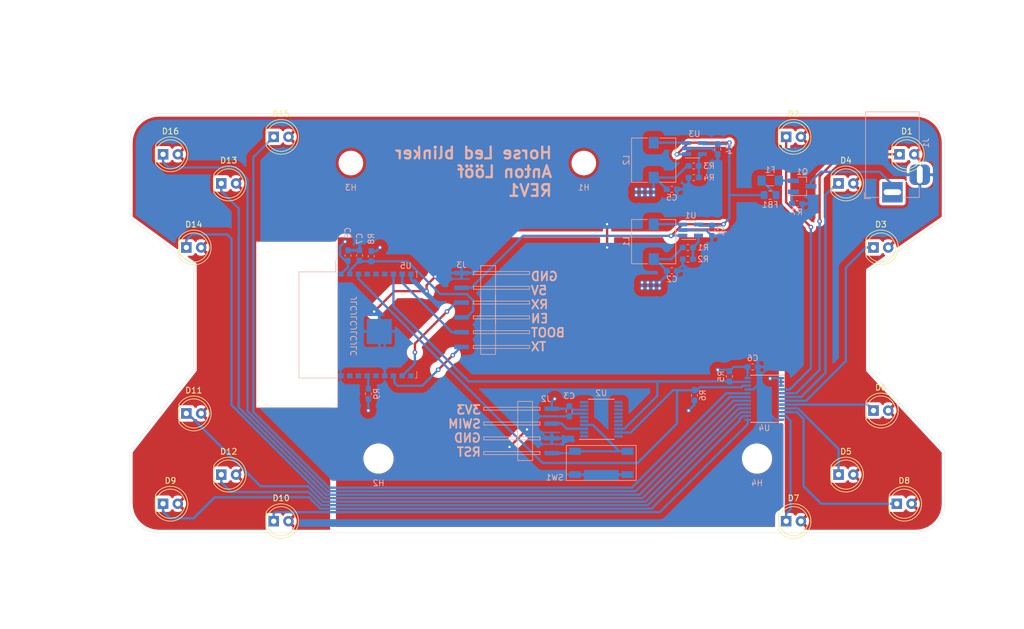
<source format=kicad_pcb>
(kicad_pcb (version 20171130) (host pcbnew "(5.1.5)-3")
  (layers (0 F.Cu signal) (31 B.Cu signal) (34 B.Paste user) (35 F.Paste user) (36 B.SilkS user) (37 F.SilkS user) (38 B.Mask user) (39 F.Mask user) (44 Edge.Cuts user))
  (net 0 "")
  (net 1 GND)
  (net 2 5v)
  (net 3 3v3)
  (net 4 "Net-(F1-Pad2)")
  (net 5 "Net-(F1-Pad1)")
  (net 6 RST)
  (net 7 SWIM_DATA)
  (net 8 "Net-(L1-Pad1)")
  (net 9 "Net-(R1-Pad2)")
  (net 10 1v9)
  (net 11 l0)
  (net 12 l2)
  (net 13 l3)
  (net 14 l4)
  (net 15 l5)
  (net 16 l6)
  (net 17 l7)
  (net 18 l8)
  (net 19 l9)
  (net 20 l10)
  (net 21 l11)
  (net 22 l13)
  (net 23 l14)
  (net 24 l15)
  (net 25 "Net-(L2-Pad1)")
  (net 26 "Net-(R3-Pad2)")
  (net 27 l1)
  (net 28 EN)
  (net 29 RX)
  (net 30 BOOT)
  (net 31 TX)
  (net 32 "Net-(Q1-Pad1)")
  (net 33 SDA)
  (net 34 SCL)
  (net 35 "Net-(R9-Pad2)")
  (net 36 l12)
  (net 37 "Net-(J1-Pad1)")
  (module Connector_BarrelJack:BarrelJack_Horizontal (layer B.Cu) (at 195 91.5 270)
    (fp_text reference J1 (at -8.45 -5.75 90) (layer B.SilkS) (effects (justify mirror)))
    (fp_text value Barrel_Jack_Switch)
    (pad 3 thru_hole roundrect (at -3 -4.7 270) (size 3.5 3.5) (drill oval 3 1) (layers *.Cu *.Mask) (net 1 GND))
    (pad 1 thru_hole rect (at 0 0 270) (size 3.5 3.5) (drill oval 1 3) (layers *.Cu *.Mask) (net 37 "Net-(J1-Pad1)"))
  )
  (module RF_Module:ESP-WROOM-02 (layer B.Cu) (at 106.31 114.3 270)
    (fp_text reference U5 (at -10.17 -5.13 180) (layer B.SilkS) (effects (justify mirror)))
    (fp_text value ESP-WROOM-02)
    (pad 19 smd rect (at 1.12 -0.58 270) (size 4.3 4.3) (layers B.Cu B.Paste B.Mask) (net 1 GND))
    (pad 1 smd rect (at -8.7375 6 270) (size 0.85 0.9125) (layers B.Cu B.Paste B.Mask) (net 3 3v3))
    (pad 2 smd rect (at -8.7375 4.5 270) (size 0.85 0.9125) (layers B.Cu B.Paste B.Mask) (net 28 EN))
    (pad 3 smd rect (at -8.7375 3 270) (size 0.85 0.9125) (layers B.Cu B.Paste B.Mask) (net 34 SCL))
    (pad 4 smd rect (at -8.7375 1.5 270) (size 0.85 0.9125) (layers B.Cu B.Paste B.Mask))
    (pad 5 smd rect (at -8.7375 0 270) (size 0.85 0.9125) (layers B.Cu B.Paste B.Mask))
    (pad 6 smd rect (at -8.7375 -1.5 270) (size 0.85 0.9125) (layers B.Cu B.Paste B.Mask))
    (pad 7 smd rect (at -8.7375 -3 270) (size 0.85 0.9125) (layers B.Cu B.Paste B.Mask) (net 33 SDA))
    (pad 8 smd rect (at -8.7375 -4.5 270) (size 0.85 0.9125) (layers B.Cu B.Paste B.Mask) (net 30 BOOT))
    (pad 9 smd rect (at -8.7375 -6 270) (size 0.85 0.9125) (layers B.Cu B.Paste B.Mask) (net 1 GND))
    (pad 10 smd rect (at 8.7375 -6 270) (size 0.85 0.9125) (layers B.Cu B.Paste B.Mask))
    (pad 11 smd rect (at 8.7375 -4.5 270) (size 0.85 0.9125) (layers B.Cu B.Paste B.Mask) (net 29 RX))
    (pad 12 smd rect (at 8.7375 -3 270) (size 0.85 0.9125) (layers B.Cu B.Paste B.Mask) (net 31 TX))
    (pad 13 smd rect (at 8.7375 -1.5 270) (size 0.85 0.9125) (layers B.Cu B.Paste B.Mask) (net 1 GND))
    (pad 14 smd rect (at 8.7375 0 270) (size 0.85 0.9125) (layers B.Cu B.Paste B.Mask))
    (pad 15 smd rect (at 8.7375 1.5 270) (size 0.85 0.9125) (layers B.Cu B.Paste B.Mask) (net 35 "Net-(R9-Pad2)"))
    (pad 16 smd rect (at 8.7375 3 270) (size 0.85 0.9125) (layers B.Cu B.Paste B.Mask))
    (pad 17 smd rect (at 8.7375 4.5 270) (size 0.85 0.9125) (layers B.Cu B.Paste B.Mask))
    (pad 18 smd rect (at 8.7375 6 270) (size 0.85 0.9125) (layers B.Cu B.Paste B.Mask) (net 1 GND))
  )
  (module Resistor_SMD:R_0603_1608Metric_Pad1.05x0.95mm_HandSolder (layer B.Cu) (at 105 126.125 90)
    (fp_text reference R9 (at 0 1.43 90) (layer B.SilkS) (effects (justify mirror)))
    (fp_text value 10k)
    (pad 2 smd roundrect (at 0.875 0 90) (size 1.05 0.95) (layers B.Cu B.Paste B.Mask) (net 35 "Net-(R9-Pad2)"))
    (pad 1 smd roundrect (at -0.875 0 90) (size 1.05 0.95) (layers B.Cu B.Paste B.Mask) (net 3 3v3))
  )
  (module Resistor_SMD:R_0603_1608Metric_Pad1.05x0.95mm_HandSolder (layer B.Cu) (at 105.5 102.5 270)
    (fp_text reference R8 (at -3 0 90) (layer B.SilkS) (effects (justify mirror)))
    (fp_text value 10k)
    (pad 2 smd roundrect (at 0.875 0 270) (size 1.05 0.95) (layers B.Cu B.Paste B.Mask) (net 28 EN))
    (pad 1 smd roundrect (at -0.875 0 270) (size 1.05 0.95) (layers B.Cu B.Paste B.Mask) (net 3 3v3))
  )
  (module Resistor_SMD:R_0603_1608Metric_Pad1.05x0.95mm_HandSolder (layer B.Cu) (at 178.625 93.5)
    (fp_text reference R7 (at 0 1.43) (layer B.SilkS) (effects (justify mirror)))
    (fp_text value 3k3)
    (pad 2 smd roundrect (at 0.875 0) (size 1.05 0.95) (layers B.Cu B.Paste B.Mask) (net 1 GND))
    (pad 1 smd roundrect (at -0.875 0) (size 1.05 0.95) (layers B.Cu B.Paste B.Mask) (net 32 "Net-(Q1-Pad1)"))
  )
  (module Package_TO_SOT_SMD:SOT-23_Handsoldering (layer B.Cu) (at 179.5 90.5)
    (fp_text reference Q1 (at 0 -2.5) (layer B.SilkS) (effects (justify mirror)))
    (fp_text value Q_PMOS_GSD)
    (pad 3 smd rect (at 1.5 0) (size 1.9 0.8) (layers B.Cu B.Paste B.Mask) (net 37 "Net-(J1-Pad1)"))
    (pad 2 smd rect (at -1.5 -0.95) (size 1.9 0.8) (layers B.Cu B.Paste B.Mask) (net 5 "Net-(F1-Pad1)"))
    (pad 1 smd rect (at -1.5 0.95) (size 1.9 0.8) (layers B.Cu B.Paste B.Mask) (net 32 "Net-(Q1-Pad1)"))
  )
  (module good_things:TSM-106-01-L-SH (layer B.Cu) (at 121 111.7305 90)
    (fp_text reference J3 (at 7.7305 0 180) (layer B.SilkS) (effects (justify mirror)))
    (fp_text value Conn_01x06)
    (pad 5 smd rect (at 3.8105 0 90) (size 0.762 2.54) (layers B.Cu B.Paste B.Mask) (net 2 5v))
    (pad 6 smd rect (at 6.3505 0 90) (size 0.762 2.54) (layers B.Cu B.Paste B.Mask) (net 1 GND))
    (pad 4 smd rect (at 1.2705 0 90) (size 0.762 2.54) (layers B.Cu B.Paste B.Mask) (net 29 RX))
    (pad 3 smd rect (at -1.2695 0 90) (size 0.762 2.54) (layers B.Cu B.Paste B.Mask) (net 28 EN))
    (pad 2 smd rect (at -3.8095 0 90) (size 0.762 2.54) (layers B.Cu B.Paste B.Mask) (net 30 BOOT))
    (pad 1 smd rect (at -6.3495 0 90) (size 0.762 2.54) (layers B.Cu B.Paste B.Mask) (net 31 TX))
  )
  (module Capacitor_SMD:C_0603_1608Metric_Pad1.05x0.95mm_HandSolder (layer B.Cu) (at 101.5 102.375 90)
    (fp_text reference C8 (at 3.875 0 90) (layer B.SilkS) (effects (justify mirror)))
    (fp_text value 22u)
    (pad 2 smd roundrect (at 0.875 0 90) (size 1.05 0.95) (layers B.Cu B.Paste B.Mask) (net 1 GND))
    (pad 1 smd roundrect (at -0.875 0 90) (size 1.05 0.95) (layers B.Cu B.Paste B.Mask) (net 3 3v3))
  )
  (module Capacitor_SMD:C_0603_1608Metric_Pad1.05x0.95mm_HandSolder (layer B.Cu) (at 103.5 102.375 90)
    (fp_text reference C7 (at 2.875 0 90) (layer B.SilkS) (effects (justify mirror)))
    (fp_text value 100n)
    (pad 2 smd roundrect (at 0.875 0 90) (size 1.05 0.95) (layers B.Cu B.Paste B.Mask) (net 1 GND))
    (pad 1 smd roundrect (at -0.875 0 90) (size 1.05 0.95) (layers B.Cu B.Paste B.Mask) (net 28 EN))
  )
  (module Package_SO:TSSOP-24_4.4x7.8mm_P0.65mm (layer B.Cu) (at 173 127 180)
    (fp_text reference U4 (at 0 -5) (layer B.SilkS) (effects (justify mirror)))
    (fp_text value PCA9552)
    (pad 24 smd rect (at 2.85 3.575 180) (size 1.1 0.4) (layers B.Cu B.Paste B.Mask) (net 3 3v3))
    (pad 23 smd rect (at 2.85 2.925 180) (size 1.1 0.4) (layers B.Cu B.Paste B.Mask) (net 33 SDA))
    (pad 22 smd rect (at 2.85 2.275 180) (size 1.1 0.4) (layers B.Cu B.Paste B.Mask) (net 34 SCL))
    (pad 21 smd rect (at 2.85 1.625 180) (size 1.1 0.4) (layers B.Cu B.Paste B.Mask) (net 1 GND))
    (pad 20 smd rect (at 2.85 0.975 180) (size 1.1 0.4) (layers B.Cu B.Paste B.Mask) (net 24 l15))
    (pad 19 smd rect (at 2.85 0.325 180) (size 1.1 0.4) (layers B.Cu B.Paste B.Mask) (net 23 l14))
    (pad 18 smd rect (at 2.85 -0.325 180) (size 1.1 0.4) (layers B.Cu B.Paste B.Mask) (net 22 l13))
    (pad 17 smd rect (at 2.85 -0.975 180) (size 1.1 0.4) (layers B.Cu B.Paste B.Mask) (net 36 l12))
    (pad 16 smd rect (at 2.85 -1.625 180) (size 1.1 0.4) (layers B.Cu B.Paste B.Mask) (net 21 l11))
    (pad 15 smd rect (at 2.85 -2.275 180) (size 1.1 0.4) (layers B.Cu B.Paste B.Mask) (net 20 l10))
    (pad 14 smd rect (at 2.85 -2.925 180) (size 1.1 0.4) (layers B.Cu B.Paste B.Mask) (net 19 l9))
    (pad 13 smd rect (at 2.85 -3.575 180) (size 1.1 0.4) (layers B.Cu B.Paste B.Mask) (net 18 l8))
    (pad 12 smd rect (at -2.85 -3.575 180) (size 1.1 0.4) (layers B.Cu B.Paste B.Mask) (net 1 GND))
    (pad 11 smd rect (at -2.85 -2.925 180) (size 1.1 0.4) (layers B.Cu B.Paste B.Mask) (net 17 l7))
    (pad 10 smd rect (at -2.85 -2.275 180) (size 1.1 0.4) (layers B.Cu B.Paste B.Mask) (net 16 l6))
    (pad 9 smd rect (at -2.85 -1.625 180) (size 1.1 0.4) (layers B.Cu B.Paste B.Mask) (net 15 l5))
    (pad 8 smd rect (at -2.85 -0.975 180) (size 1.1 0.4) (layers B.Cu B.Paste B.Mask) (net 14 l4))
    (pad 7 smd rect (at -2.85 -0.325 180) (size 1.1 0.4) (layers B.Cu B.Paste B.Mask) (net 13 l3))
    (pad 6 smd rect (at -2.85 0.325 180) (size 1.1 0.4) (layers B.Cu B.Paste B.Mask) (net 12 l2))
    (pad 5 smd rect (at -2.85 0.975 180) (size 1.1 0.4) (layers B.Cu B.Paste B.Mask) (net 27 l1))
    (pad 4 smd rect (at -2.85 1.625 180) (size 1.1 0.4) (layers B.Cu B.Paste B.Mask) (net 11 l0))
    (pad 3 smd rect (at -2.85 2.275 180) (size 1.1 0.4) (layers B.Cu B.Paste B.Mask) (net 3 3v3))
    (pad 2 smd rect (at -2.85 2.925 180) (size 1.1 0.4) (layers B.Cu B.Paste B.Mask) (net 3 3v3))
    (pad 1 smd rect (at -2.85 3.575 180) (size 1.1 0.4) (layers B.Cu B.Paste B.Mask) (net 3 3v3))
  )
  (module Package_TO_SOT_SMD:SOT-23-5_HandSoldering (layer B.Cu) (at 161 84)
    (fp_text reference U3 (at 0 -2.5) (layer B.SilkS) (effects (justify mirror)))
    (fp_text value RT8097AHGB)
    (pad 5 smd rect (at 1.35 0.95) (size 1.56 0.65) (layers B.Cu B.Paste B.Mask) (net 26 "Net-(R3-Pad2)"))
    (pad 4 smd rect (at 1.35 -0.95) (size 1.56 0.65) (layers B.Cu B.Paste B.Mask) (net 2 5v))
    (pad 3 smd rect (at -1.35 -0.95) (size 1.56 0.65) (layers B.Cu B.Paste B.Mask) (net 25 "Net-(L2-Pad1)"))
    (pad 2 smd rect (at -1.35 0) (size 1.56 0.65) (layers B.Cu B.Paste B.Mask) (net 1 GND))
    (pad 1 smd rect (at -1.35 0.95) (size 1.56 0.65) (layers B.Cu B.Paste B.Mask) (net 2 5v))
  )
  (module Resistor_SMD:R_0603_1608Metric_Pad1.05x0.95mm_HandSolder (layer B.Cu) (at 161 126.375 90)
    (fp_text reference R6 (at 0 1.43 90) (layer B.SilkS) (effects (justify mirror)))
    (fp_text value 3k3)
    (pad 2 smd roundrect (at 0.875 0 90) (size 1.05 0.95) (layers B.Cu B.Paste B.Mask) (net 34 SCL))
    (pad 1 smd roundrect (at -0.875 0 90) (size 1.05 0.95) (layers B.Cu B.Paste B.Mask) (net 3 3v3))
  )
  (module Resistor_SMD:R_0603_1608Metric_Pad1.05x0.95mm_HandSolder (layer B.Cu) (at 167 123.125 270)
    (fp_text reference R5 (at 0 1.43 90) (layer B.SilkS) (effects (justify mirror)))
    (fp_text value 3k3)
    (pad 2 smd roundrect (at 0.875 0 270) (size 1.05 0.95) (layers B.Cu B.Paste B.Mask) (net 33 SDA))
    (pad 1 smd roundrect (at -0.875 0 270) (size 1.05 0.95) (layers B.Cu B.Paste B.Mask) (net 3 3v3))
  )
  (module Resistor_SMD:R_0603_1608Metric_Pad1.05x0.95mm_HandSolder (layer B.Cu) (at 160.875 89 180)
    (fp_text reference R4 (at -2.625 0) (layer B.SilkS) (effects (justify mirror)))
    (fp_text value 24k)
    (pad 2 smd roundrect (at 0.875 0 180) (size 1.05 0.95) (layers B.Cu B.Paste B.Mask) (net 1 GND))
    (pad 1 smd roundrect (at -0.875 0 180) (size 1.05 0.95) (layers B.Cu B.Paste B.Mask) (net 26 "Net-(R3-Pad2)"))
  )
  (module Resistor_SMD:R_0603_1608Metric_Pad1.05x0.95mm_HandSolder (layer B.Cu) (at 160.875 87)
    (fp_text reference R3 (at 2.625 0) (layer B.SilkS) (effects (justify mirror)))
    (fp_text value 76k)
    (pad 2 smd roundrect (at 0.875 0) (size 1.05 0.95) (layers B.Cu B.Paste B.Mask) (net 26 "Net-(R3-Pad2)"))
    (pad 1 smd roundrect (at -0.875 0) (size 1.05 0.95) (layers B.Cu B.Paste B.Mask) (net 10 1v9))
  )
  (module Inductor_SMD:L_Wuerth_WE-PD-Typ-7345 (layer B.Cu) (at 154 86 270)
    (fp_text reference L2 (at 0 4.7 90) (layer B.SilkS) (effects (justify mirror)))
    (fp_text value 1u5)
    (pad 2 smd rect (at 3 0 270) (size 2 1.7) (layers B.Cu B.Paste B.Mask) (net 10 1v9))
    (pad 1 smd rect (at -3 0 270) (size 2 1.7) (layers B.Cu B.Paste B.Mask) (net 25 "Net-(L2-Pad1)"))
  )
  (module Capacitor_SMD:C_0603_1608Metric_Pad1.05x0.95mm_HandSolder (layer B.Cu) (at 171 121.5)
    (fp_text reference C6 (at 0 -1.5) (layer B.SilkS) (effects (justify mirror)))
    (fp_text value 100n)
    (pad 2 smd roundrect (at 0.875 0) (size 1.05 0.95) (layers B.Cu B.Paste B.Mask) (net 1 GND))
    (pad 1 smd roundrect (at -0.875 0) (size 1.05 0.95) (layers B.Cu B.Paste B.Mask) (net 3 3v3))
  )
  (module Capacitor_SMD:C_0603_1608Metric_Pad1.05x0.95mm_HandSolder (layer B.Cu) (at 157.125 91)
    (fp_text reference C5 (at 0 1.43) (layer B.SilkS) (effects (justify mirror)))
    (fp_text value 22u)
    (pad 2 smd roundrect (at 0.875 0) (size 1.05 0.95) (layers B.Cu B.Paste B.Mask) (net 1 GND))
    (pad 1 smd roundrect (at -0.875 0) (size 1.05 0.95) (layers B.Cu B.Paste B.Mask) (net 10 1v9))
  )
  (module Capacitor_SMD:C_0603_1608Metric_Pad1.05x0.95mm_HandSolder (layer B.Cu) (at 165 84.125 270)
    (fp_text reference C4 (at 0 -2 90) (layer B.SilkS) (effects (justify mirror)))
    (fp_text value 22u)
    (pad 2 smd roundrect (at 0.875 0 270) (size 1.05 0.95) (layers B.Cu B.Paste B.Mask) (net 1 GND))
    (pad 1 smd roundrect (at -0.875 0 270) (size 1.05 0.95) (layers B.Cu B.Paste B.Mask) (net 2 5v))
  )
  (module good_things:TSM-104-01-L-SH (layer B.Cu) (at 136.5 132.5 270)
    (fp_text reference J2 (at -5.5 1 180) (layer B.SilkS) (effects (justify mirror)))
    (fp_text value swim)
    (pad 4 smd rect (at 3.8105 0 270) (size 0.762 2.54) (layers B.Cu B.Paste B.Mask) (net 6 RST))
    (pad 3 smd rect (at 1.2705 0 270) (size 0.762 2.54) (layers B.Cu B.Paste B.Mask) (net 1 GND))
    (pad 2 smd rect (at -1.2695 0 270) (size 0.762 2.54) (layers B.Cu B.Paste B.Mask) (net 7 SWIM_DATA))
    (pad 1 smd rect (at -3.8095 0 270) (size 0.762 2.54) (layers B.Cu B.Paste B.Mask) (net 3 3v3))
  )
  (module Package_SO:TSSOP-20_4.4x6.5mm_P0.65mm (layer B.Cu) (at 145 130.5)
    (fp_text reference U2 (at 0 -4.5) (layer B.SilkS) (effects (justify mirror)))
    (fp_text value STM8L101F3P)
    (pad 20 smd rect (at 2.95 2.925) (size 1.45 0.45) (layers B.Cu B.Paste B.Mask))
    (pad 19 smd rect (at 2.95 2.275) (size 1.45 0.45) (layers B.Cu B.Paste B.Mask) (net 34 SCL))
    (pad 18 smd rect (at 2.95 1.625) (size 1.45 0.45) (layers B.Cu B.Paste B.Mask) (net 33 SDA))
    (pad 17 smd rect (at 2.95 0.975) (size 1.45 0.45) (layers B.Cu B.Paste B.Mask))
    (pad 16 smd rect (at 2.95 0.325) (size 1.45 0.45) (layers B.Cu B.Paste B.Mask))
    (pad 15 smd rect (at 2.95 -0.325) (size 1.45 0.45) (layers B.Cu B.Paste B.Mask))
    (pad 14 smd rect (at 2.95 -0.975) (size 1.45 0.45) (layers B.Cu B.Paste B.Mask))
    (pad 13 smd rect (at 2.95 -1.625) (size 1.45 0.45) (layers B.Cu B.Paste B.Mask))
    (pad 12 smd rect (at 2.95 -2.275) (size 1.45 0.45) (layers B.Cu B.Paste B.Mask))
    (pad 11 smd rect (at 2.95 -2.925) (size 1.45 0.45) (layers B.Cu B.Paste B.Mask))
    (pad 10 smd rect (at -2.95 -2.925) (size 1.45 0.45) (layers B.Cu B.Paste B.Mask))
    (pad 9 smd rect (at -2.95 -2.275) (size 1.45 0.45) (layers B.Cu B.Paste B.Mask))
    (pad 8 smd rect (at -2.95 -1.625) (size 1.45 0.45) (layers B.Cu B.Paste B.Mask) (net 3 3v3))
    (pad 7 smd rect (at -2.95 -0.975) (size 1.45 0.45) (layers B.Cu B.Paste B.Mask) (net 1 GND))
    (pad 6 smd rect (at -2.95 -0.325) (size 1.45 0.45) (layers B.Cu B.Paste B.Mask))
    (pad 5 smd rect (at -2.95 0.325) (size 1.45 0.45) (layers B.Cu B.Paste B.Mask))
    (pad 4 smd rect (at -2.95 0.975) (size 1.45 0.45) (layers B.Cu B.Paste B.Mask) (net 6 RST))
    (pad 3 smd rect (at -2.95 1.625) (size 1.45 0.45) (layers B.Cu B.Paste B.Mask) (net 7 SWIM_DATA))
    (pad 2 smd rect (at -2.95 2.275) (size 1.45 0.45) (layers B.Cu B.Paste B.Mask))
    (pad 1 smd rect (at -2.95 2.925) (size 1.45 0.45) (layers B.Cu B.Paste B.Mask))
  )
  (module Package_TO_SOT_SMD:SOT-23-5_HandSoldering (layer B.Cu) (at 160.35 98)
    (fp_text reference U1 (at 0 -2.5) (layer B.SilkS) (effects (justify mirror)))
    (fp_text value RT8097AHGB)
    (pad 5 smd rect (at 1.35 0.95) (size 1.56 0.65) (layers B.Cu B.Paste B.Mask) (net 9 "Net-(R1-Pad2)"))
    (pad 4 smd rect (at 1.35 -0.95) (size 1.56 0.65) (layers B.Cu B.Paste B.Mask) (net 2 5v))
    (pad 3 smd rect (at -1.35 -0.95) (size 1.56 0.65) (layers B.Cu B.Paste B.Mask) (net 8 "Net-(L1-Pad1)"))
    (pad 2 smd rect (at -1.35 0) (size 1.56 0.65) (layers B.Cu B.Paste B.Mask) (net 1 GND))
    (pad 1 smd rect (at -1.35 0.95) (size 1.56 0.65) (layers B.Cu B.Paste B.Mask) (net 2 5v))
  )
  (module good_things:push_sw_purple (layer B.Cu) (at 145 138)
    (fp_text reference SW1 (at -8 2.5) (layer B.SilkS) (effects (justify mirror)))
    (fp_text value SW_Push)
    (pad 2 smd rect (at -4.5 -2) (size 2 1.2) (layers B.Cu B.Paste B.Mask) (net 6 RST))
    (pad 2 smd rect (at 4.5 -2) (size 2 1.2) (layers B.Cu B.Paste B.Mask) (net 6 RST))
    (pad 1 smd rect (at 4.5 2) (size 2 1.2) (layers B.Cu B.Paste B.Mask) (net 1 GND))
    (pad 1 smd rect (at -4.5 2) (size 2 1.2) (layers B.Cu B.Paste B.Mask) (net 1 GND))
  )
  (module Resistor_SMD:R_0603_1608Metric_Pad1.05x0.95mm_HandSolder (layer B.Cu) (at 159.875 103 180)
    (fp_text reference R2 (at -2.625 0) (layer B.SilkS) (effects (justify mirror)))
    (fp_text value 20k)
    (pad 2 smd roundrect (at 0.875 0 180) (size 1.05 0.95) (layers B.Cu B.Paste B.Mask) (net 1 GND))
    (pad 1 smd roundrect (at -0.875 0 180) (size 1.05 0.95) (layers B.Cu B.Paste B.Mask) (net 9 "Net-(R1-Pad2)"))
  )
  (module Resistor_SMD:R_0603_1608Metric_Pad1.05x0.95mm_HandSolder (layer B.Cu) (at 159.875 101)
    (fp_text reference R1 (at 2.625 0) (layer B.SilkS) (effects (justify mirror)))
    (fp_text value 90k)
    (pad 2 smd roundrect (at 0.875 0) (size 1.05 0.95) (layers B.Cu B.Paste B.Mask) (net 9 "Net-(R1-Pad2)"))
    (pad 1 smd roundrect (at -0.875 0) (size 1.05 0.95) (layers B.Cu B.Paste B.Mask) (net 3 3v3))
  )
  (module Inductor_SMD:L_Wuerth_WE-PD-Typ-7345 (layer B.Cu) (at 154 100 270)
    (fp_text reference L1 (at 0 4.7 90) (layer B.SilkS) (effects (justify mirror)))
    (fp_text value 1u5)
    (pad 2 smd rect (at 3 0 270) (size 2 1.7) (layers B.Cu B.Paste B.Mask) (net 3 3v3))
    (pad 1 smd rect (at -3 0 270) (size 2 1.7) (layers B.Cu B.Paste B.Mask) (net 8 "Net-(L1-Pad1)"))
  )
  (module MountingHole:MountingHole_3.2mm_M3 (layer B.Cu) (at 171.75 137.25)
    (fp_text reference H4 (at 0 4.2) (layer B.SilkS) (effects (justify mirror)))
    (fp_text value MountingHole)
    (pad 1 np_thru_hole circle (at 0 0) (size 3.2 3.2) (drill 3.2) (layers *.Cu *.Mask))
  )
  (module MountingHole:MountingHole_3.2mm_M3 (layer B.Cu) (at 102 86.5)
    (fp_text reference H3 (at 0 4.2) (layer B.SilkS) (effects (justify mirror)))
    (fp_text value MountingHole)
    (pad 1 np_thru_hole circle (at 0 0) (size 3.2 3.2) (drill 3.2) (layers *.Cu *.Mask))
  )
  (module MountingHole:MountingHole_3.2mm_M3 (layer B.Cu) (at 106.75 137.25)
    (fp_text reference H2 (at 0 4.2) (layer B.SilkS) (effects (justify mirror)))
    (fp_text value MountingHole)
    (pad 1 np_thru_hole circle (at 0 0) (size 3.2 3.2) (drill 3.2) (layers *.Cu *.Mask))
  )
  (module MountingHole:MountingHole_3.2mm_M3 (layer B.Cu) (at 142 86.5)
    (fp_text reference H1 (at 0 4.2) (layer B.SilkS) (effects (justify mirror)))
    (fp_text value MountingHole)
    (pad 1 np_thru_hole circle (at 0 0) (size 3.2 3.2) (drill 3.2) (layers *.Cu *.Mask))
  )
  (module Inductor_SMD:L_0805_2012Metric_Pad1.15x1.40mm_HandSolder (layer B.Cu) (at 174 92)
    (fp_text reference FB1 (at 0 1.65) (layer B.SilkS) (effects (justify mirror)))
    (fp_text value 100@100Mhz)
    (pad 2 smd roundrect (at 1.025 0) (size 1.15 1.4) (layers B.Cu B.Paste B.Mask) (roundrect_rratio 0.217391) (net 4 "Net-(F1-Pad2)"))
    (pad 1 smd roundrect (at -1.025 0) (size 1.15 1.4) (layers B.Cu B.Paste B.Mask) (roundrect_rratio 0.217391) (net 2 5v))
  )
  (module Fuse:Fuse_1206_3216Metric_Pad1.42x1.75mm_HandSolder (layer B.Cu) (at 174.0125 89.5 180)
    (fp_text reference F1 (at 0 1.82) (layer B.SilkS) (effects (justify mirror)))
    (fp_text value 500ma)
    (pad 2 smd roundrect (at 1.4875 0 180) (size 1.425 1.75) (layers B.Cu B.Paste B.Mask) (roundrect_rratio 0.175439) (net 4 "Net-(F1-Pad2)"))
    (pad 1 smd roundrect (at -1.4875 0 180) (size 1.425 1.75) (layers B.Cu B.Paste B.Mask) (roundrect_rratio 0.175439) (net 5 "Net-(F1-Pad1)"))
  )
  (module LED_THT:LED_D5.0mm (layer F.Cu) (at 69.75 85)
    (fp_text reference D16 (at 1.27 -3.96) (layer F.SilkS))
    (fp_text value LED_RED)
    (pad 2 thru_hole circle (at 2.54 0) (size 1.8 1.8) (drill 0.9) (layers *.Cu *.Mask) (net 10 1v9))
    (pad 1 thru_hole rect (at 0 0) (size 1.8 1.8) (drill 0.9) (layers *.Cu *.Mask) (net 23 l14))
  )
  (module LED_THT:LED_D5.0mm (layer F.Cu) (at 88.75 82)
    (fp_text reference D15 (at 1.27 -3.96) (layer F.SilkS))
    (fp_text value LED_RED)
    (pad 2 thru_hole circle (at 2.54 0) (size 1.8 1.8) (drill 0.9) (layers *.Cu *.Mask) (net 10 1v9))
    (pad 1 thru_hole rect (at 0 0) (size 1.8 1.8) (drill 0.9) (layers *.Cu *.Mask) (net 24 l15))
  )
  (module LED_THT:LED_D5.0mm (layer F.Cu) (at 73.75 101)
    (fp_text reference D14 (at 1.27 -3.96) (layer F.SilkS))
    (fp_text value LED_RED)
    (pad 2 thru_hole circle (at 2.54 0) (size 1.8 1.8) (drill 0.9) (layers *.Cu *.Mask) (net 10 1v9))
    (pad 1 thru_hole rect (at 0 0) (size 1.8 1.8) (drill 0.9) (layers *.Cu *.Mask) (net 36 l12))
  )
  (module LED_THT:LED_D5.0mm (layer F.Cu) (at 79.75 90)
    (fp_text reference D13 (at 1.27 -3.96) (layer F.SilkS))
    (fp_text value LED_RED)
    (pad 2 thru_hole circle (at 2.54 0) (size 1.8 1.8) (drill 0.9) (layers *.Cu *.Mask) (net 10 1v9))
    (pad 1 thru_hole rect (at 0 0) (size 1.8 1.8) (drill 0.9) (layers *.Cu *.Mask) (net 22 l13))
  )
  (module LED_THT:LED_D5.0mm (layer F.Cu) (at 79.75 140)
    (fp_text reference D12 (at 1.27 -3.96) (layer F.SilkS))
    (fp_text value LED_RED)
    (pad 2 thru_hole circle (at 2.54 0) (size 1.8 1.8) (drill 0.9) (layers *.Cu *.Mask) (net 10 1v9))
    (pad 1 thru_hole rect (at 0 0) (size 1.8 1.8) (drill 0.9) (layers *.Cu *.Mask) (net 20 l10))
  )
  (module LED_THT:LED_D5.0mm (layer F.Cu) (at 73.75 129.5)
    (fp_text reference D11 (at 1.27 -3.96) (layer F.SilkS))
    (fp_text value LED_RED)
    (pad 2 thru_hole circle (at 2.54 0) (size 1.8 1.8) (drill 0.9) (layers *.Cu *.Mask) (net 10 1v9))
    (pad 1 thru_hole rect (at 0 0) (size 1.8 1.8) (drill 0.9) (layers *.Cu *.Mask) (net 21 l11))
  )
  (module LED_THT:LED_D5.0mm (layer F.Cu) (at 88.75 148)
    (fp_text reference D10 (at 1.27 -3.96) (layer F.SilkS))
    (fp_text value LED_RED)
    (pad 2 thru_hole circle (at 2.54 0) (size 1.8 1.8) (drill 0.9) (layers *.Cu *.Mask) (net 10 1v9))
    (pad 1 thru_hole rect (at 0 0) (size 1.8 1.8) (drill 0.9) (layers *.Cu *.Mask) (net 18 l8))
  )
  (module LED_THT:LED_D5.0mm (layer F.Cu) (at 69.75 145)
    (fp_text reference D9 (at 1.27 -3.96) (layer F.SilkS))
    (fp_text value LED_RED)
    (pad 2 thru_hole circle (at 2.54 0) (size 1.8 1.8) (drill 0.9) (layers *.Cu *.Mask) (net 10 1v9))
    (pad 1 thru_hole rect (at 0 0) (size 1.8 1.8) (drill 0.9) (layers *.Cu *.Mask) (net 19 l9))
  )
  (module LED_THT:LED_D5.0mm (layer F.Cu) (at 195.75 145)
    (fp_text reference D8 (at 1.27 -3.96) (layer F.SilkS))
    (fp_text value LED_RED)
    (pad 2 thru_hole circle (at 2.54 0) (size 1.8 1.8) (drill 0.9) (layers *.Cu *.Mask) (net 10 1v9))
    (pad 1 thru_hole rect (at 0 0) (size 1.8 1.8) (drill 0.9) (layers *.Cu *.Mask) (net 16 l6))
  )
  (module LED_THT:LED_D5.0mm (layer F.Cu) (at 176.75 148)
    (fp_text reference D7 (at 1.27 -3.96) (layer F.SilkS))
    (fp_text value LED_RED)
    (pad 2 thru_hole circle (at 2.54 0) (size 1.8 1.8) (drill 0.9) (layers *.Cu *.Mask) (net 10 1v9))
    (pad 1 thru_hole rect (at 0 0) (size 1.8 1.8) (drill 0.9) (layers *.Cu *.Mask) (net 17 l7))
  )
  (module LED_THT:LED_D5.0mm (layer F.Cu) (at 191.75 129)
    (fp_text reference D6 (at 1.27 -3.96) (layer F.SilkS))
    (fp_text value LED_RED)
    (pad 2 thru_hole circle (at 2.54 0) (size 1.8 1.8) (drill 0.9) (layers *.Cu *.Mask) (net 10 1v9))
    (pad 1 thru_hole rect (at 0 0) (size 1.8 1.8) (drill 0.9) (layers *.Cu *.Mask) (net 14 l4))
  )
  (module LED_THT:LED_D5.0mm (layer F.Cu) (at 185.75 140)
    (fp_text reference D5 (at 1.27 -3.96) (layer F.SilkS))
    (fp_text value LED_RED)
    (pad 2 thru_hole circle (at 2.54 0) (size 1.8 1.8) (drill 0.9) (layers *.Cu *.Mask) (net 10 1v9))
    (pad 1 thru_hole rect (at 0 0) (size 1.8 1.8) (drill 0.9) (layers *.Cu *.Mask) (net 15 l5))
  )
  (module LED_THT:LED_D5.0mm (layer F.Cu) (at 185.75 90)
    (fp_text reference D4 (at 1.27 -3.96) (layer F.SilkS))
    (fp_text value LED_RED)
    (pad 2 thru_hole circle (at 2.54 0) (size 1.8 1.8) (drill 0.9) (layers *.Cu *.Mask) (net 10 1v9))
    (pad 1 thru_hole rect (at 0 0) (size 1.8 1.8) (drill 0.9) (layers *.Cu *.Mask) (net 12 l2))
  )
  (module LED_THT:LED_D5.0mm (layer F.Cu) (at 191.75 101)
    (fp_text reference D3 (at 1.27 -3.96) (layer F.SilkS))
    (fp_text value LED_RED)
    (pad 2 thru_hole circle (at 2.54 0) (size 1.8 1.8) (drill 0.9) (layers *.Cu *.Mask) (net 10 1v9))
    (pad 1 thru_hole rect (at 0 0) (size 1.8 1.8) (drill 0.9) (layers *.Cu *.Mask) (net 13 l3))
  )
  (module LED_THT:LED_D5.0mm (layer F.Cu) (at 176.75 82)
    (fp_text reference D2 (at 1.27 -3.96) (layer F.SilkS))
    (fp_text value LED_RED)
    (pad 2 thru_hole circle (at 2.54 0) (size 1.8 1.8) (drill 0.9) (layers *.Cu *.Mask) (net 10 1v9))
    (pad 1 thru_hole rect (at 0 0) (size 1.8 1.8) (drill 0.9) (layers *.Cu *.Mask) (net 11 l0))
  )
  (module LED_THT:LED_D5.0mm (layer F.Cu) (at 196.21 85)
    (fp_text reference D1 (at 1.27 -3.96) (layer F.SilkS))
    (fp_text value LED_RED)
    (pad 2 thru_hole circle (at 2.54 0) (size 1.8 1.8) (drill 0.9) (layers *.Cu *.Mask) (net 10 1v9))
    (pad 1 thru_hole rect (at 0 0) (size 1.8 1.8) (drill 0.9) (layers *.Cu *.Mask) (net 27 l1))
  )
  (module Capacitor_SMD:C_0603_1608Metric_Pad1.05x0.95mm_HandSolder (layer B.Cu) (at 139.5 129.125 270)
    (fp_text reference C3 (at -2.625 0 180) (layer B.SilkS) (effects (justify mirror)))
    (fp_text value 100n)
    (pad 2 smd roundrect (at 0.875 0 270) (size 1.05 0.95) (layers B.Cu B.Paste B.Mask) (net 1 GND))
    (pad 1 smd roundrect (at -0.875 0 270) (size 1.05 0.95) (layers B.Cu B.Paste B.Mask) (net 3 3v3))
  )
  (module Capacitor_SMD:C_0603_1608Metric_Pad1.05x0.95mm_HandSolder (layer B.Cu) (at 157.125 105)
    (fp_text reference C2 (at 0 1.43) (layer B.SilkS) (effects (justify mirror)))
    (fp_text value 22u)
    (pad 2 smd roundrect (at 0.875 0) (size 1.05 0.95) (layers B.Cu B.Paste B.Mask) (net 1 GND))
    (pad 1 smd roundrect (at -0.875 0) (size 1.05 0.95) (layers B.Cu B.Paste B.Mask) (net 3 3v3))
  )
  (module Capacitor_SMD:C_0603_1608Metric_Pad1.05x0.95mm_HandSolder (layer B.Cu) (at 164 98.125 270)
    (fp_text reference C1 (at 0 -1.5 90) (layer B.SilkS) (effects (justify mirror)))
    (fp_text value 22u)
    (pad 2 smd roundrect (at 0.875 0 270) (size 1.05 0.95) (layers B.Cu B.Paste B.Mask) (net 1 GND))
    (pad 1 smd roundrect (at -0.875 0 270) (size 1.05 0.95) (layers B.Cu B.Paste B.Mask) (net 2 5v))
  )
  (gr_text "3V3\nSWIM\nGND\nRST" (at 124.5 132.5) (layer B.SilkS) (effects (font (size 1.5 1.5) (thickness 0.3)) (justify left mirror)))
  (gr_text "GND\n5V\nRX\nEN\nBOOT\nTX" (at 132.75 112) (layer B.SilkS) (effects (font (size 1.5 1.5) (thickness 0.3)) (justify right mirror)))
  (gr_text "Horse Led blinker\nAnton Lööf\nREV1" (at 136.75 88) (layer B.SilkS) (effects (font (size 2 2) (thickness 0.4)) (justify left mirror)))
  (gr_text JLCJLCJLCJLC (at 102.5 114.5 90) (layer B.SilkS) (effects (font (size 1 1)) (justify mirror)))
  (gr_line (start 64 83) (end 64 96) (layer Edge.Cuts) (width 0.05))
  (gr_line (start 75 104) (end 64 96) (layer Edge.Cuts) (width 0.05))
  (gr_line (start 75 122) (end 75 104) (layer Edge.Cuts) (width 0.05))
  (gr_line (start 64 136) (end 75 122) (layer Edge.Cuts) (width 0.05))
  (gr_line (start 204 96) (end 204 83) (layer Edge.Cuts) (width 0.05))
  (gr_line (start 191 122) (end 204 136) (layer Edge.Cuts) (width 0.05))
  (gr_line (start 191 105) (end 191 122) (layer Edge.Cuts) (width 0.05))
  (gr_line (start 204 96) (end 191 105) (layer Edge.Cuts) (width 0.05))
  (gr_arc (start 69 83) (end 69 78) (angle -90) (layer Edge.Cuts) (width 0.05))
  (gr_arc (start 69 145) (end 64 145) (angle -90) (layer Edge.Cuts) (width 0.05))
  (gr_arc (start 199 83) (end 204 83) (angle -90) (layer Edge.Cuts) (width 0.05))
  (gr_arc (start 199 145) (end 199 150) (angle -90) (layer Edge.Cuts) (width 0.05))
  (gr_line (start 64 145) (end 64 136) (layer Edge.Cuts) (width 0.05))
  (gr_line (start 204 136) (end 204 145) (layer Edge.Cuts) (width 0.05))
  (gr_line (start 69 150) (end 199 150) (layer Edge.Cuts) (width 0.05))
  (gr_line (start 69 78) (end 199 78) (layer Edge.Cuts) (width 0.05))
  (via (at 146 97) (size 0.8) (drill 0.4) (layers F.Cu B.Cu) (net 1))
  (via (at 146 101.000006) (size 0.8) (drill 0.4) (layers F.Cu B.Cu) (net 1))
  (segment (start 146 97) (end 146 101.000006) (width 0.4) (layer F.Cu) (net 1))
  (segment (start 163 98) (end 164 99) (width 0.4) (layer B.Cu) (net 1))
  (segment (start 159 98) (end 163 98) (width 0.4) (layer B.Cu) (net 1))
  (segment (start 164 84) (end 165 85) (width 0.4) (layer B.Cu) (net 1))
  (segment (start 159.65 84) (end 164 84) (width 0.4) (layer B.Cu) (net 1))
  (segment (start 139.975 129.525) (end 139.5 130) (width 0.4) (layer B.Cu) (net 1))
  (segment (start 142.05 129.525) (end 139.975 129.525) (width 0.4) (layer B.Cu) (net 1))
  (segment (start 107.81 116.34) (end 106.89 115.42) (width 0.4) (layer B.Cu) (net 1))
  (segment (start 107.81 123.0375) (end 107.81 116.34) (width 0.4) (layer B.Cu) (net 1))
  (segment (start 135.611 133.7705) (end 136.5 133.7705) (width 0.4) (layer B.Cu) (net 1))
  (segment (start 133.75 130.75) (end 133.75 131.9095) (width 0.4) (layer B.Cu) (net 1))
  (segment (start 133.75 131.9095) (end 135.611 133.7705) (width 0.4) (layer B.Cu) (net 1))
  (segment (start 139.5 130) (end 134.5 130) (width 0.4) (layer B.Cu) (net 1))
  (segment (start 134.5 130) (end 133.75 130.75) (width 0.4) (layer B.Cu) (net 1))
  (via (at 132.25 132.25) (size 0.8) (drill 0.4) (layers F.Cu B.Cu) (net 1))
  (segment (start 136.5 133.7705) (end 133.7705 133.7705) (width 0.4) (layer B.Cu) (net 1))
  (segment (start 133.7705 133.7705) (end 132.25 132.25) (width 0.4) (layer B.Cu) (net 1))
  (via (at 129.25 135.25) (size 0.8) (drill 0.4) (layers F.Cu B.Cu) (net 1))
  (segment (start 132.25 132.25) (end 129.25 135.25) (width 0.4) (layer F.Cu) (net 1))
  (segment (start 171.875 124.6) (end 171.875 121.975) (width 0.4) (layer B.Cu) (net 1))
  (segment (start 171.1 125.375) (end 171.875 124.6) (width 0.4) (layer B.Cu) (net 1))
  (segment (start 170.15 125.375) (end 171.1 125.375) (width 0.4) (layer B.Cu) (net 1))
  (segment (start 171.875 121.975) (end 171.875 121.5) (width 0.4) (layer B.Cu) (net 1))
  (segment (start 172.5 122.6) (end 171.875 121.975) (width 0.4) (layer B.Cu) (net 1))
  (segment (start 172.5 128.175) (end 172.5 122.6) (width 0.4) (layer B.Cu) (net 1))
  (segment (start 175.85 130.575) (end 174.9 130.575) (width 0.4) (layer B.Cu) (net 1))
  (segment (start 174.9 130.575) (end 172.5 128.175) (width 0.4) (layer B.Cu) (net 1))
  (segment (start 103.5 101.5) (end 101.5 101.5) (width 0.4) (layer B.Cu) (net 1))
  (segment (start 114.4225 108.5) (end 115 108.5) (width 0.4) (layer B.Cu) (net 1))
  (via (at 115 108.5) (size 0.8) (drill 0.4) (layers F.Cu B.Cu) (net 1))
  (segment (start 112.31 105.5625) (end 112.31 106.3875) (width 0.4) (layer B.Cu) (net 1))
  (segment (start 112.31 106.3875) (end 114.4225 108.5) (width 0.4) (layer B.Cu) (net 1))
  (via (at 116.5 106) (size 0.8) (drill 0.4) (layers F.Cu B.Cu) (net 1))
  (segment (start 115 108.5) (end 115 107.5) (width 0.4) (layer F.Cu) (net 1))
  (segment (start 115 107.5) (end 116.5 106) (width 0.4) (layer F.Cu) (net 1))
  (segment (start 117.12 105.38) (end 121 105.38) (width 0.4) (layer B.Cu) (net 1))
  (segment (start 116.5 106) (end 117.12 105.38) (width 0.4) (layer B.Cu) (net 1))
  (via (at 106 112) (size 0.8) (drill 0.4) (layers F.Cu B.Cu) (net 1))
  (segment (start 115 108.5) (end 109.5 108.5) (width 0.4) (layer F.Cu) (net 1))
  (segment (start 109.5 108.5) (end 106 112) (width 0.4) (layer F.Cu) (net 1))
  (segment (start 159 104) (end 158 105) (width 0.4) (layer B.Cu) (net 1))
  (segment (start 159 103) (end 159 104) (width 0.4) (layer B.Cu) (net 1))
  (via (at 157 99) (size 0.8) (drill 0.4) (layers F.Cu B.Cu) (net 2))
  (segment (start 159 98.95) (end 157.05 98.95) (width 0.4) (layer B.Cu) (net 2))
  (segment (start 157.05 98.95) (end 157 99) (width 0.4) (layer B.Cu) (net 2))
  (segment (start 161.9 97.25) (end 161.7 97.05) (width 0.4) (layer B.Cu) (net 2))
  (segment (start 164 97.25) (end 161.9 97.25) (width 0.4) (layer B.Cu) (net 2))
  (segment (start 162.55 83.25) (end 162.35 83.05) (width 0.4) (layer B.Cu) (net 2))
  (segment (start 165 83.25) (end 162.55 83.25) (width 0.4) (layer B.Cu) (net 2))
  (via (at 158 85) (size 0.8) (drill 0.4) (layers F.Cu B.Cu) (net 2))
  (segment (start 159.6 85) (end 159.65 84.95) (width 0.4) (layer B.Cu) (net 2))
  (segment (start 158 85) (end 159.6 85) (width 0.4) (layer B.Cu) (net 2))
  (via (at 167.000006 83) (size 0.8) (drill 0.4) (layers F.Cu B.Cu) (net 2))
  (segment (start 166.750006 83.25) (end 167.000006 83) (width 0.4) (layer B.Cu) (net 2))
  (segment (start 165 83.25) (end 166.750006 83.25) (width 0.4) (layer B.Cu) (net 2))
  (segment (start 160 83) (end 167.000006 83) (width 0.4) (layer F.Cu) (net 2))
  (segment (start 158 85) (end 160 83) (width 0.4) (layer F.Cu) (net 2))
  (via (at 165.999982 97) (size 0.8) (drill 0.4) (layers F.Cu B.Cu) (net 2))
  (segment (start 157 99) (end 159 97) (width 0.4) (layer F.Cu) (net 2))
  (segment (start 159 97) (end 165.999982 97) (width 0.4) (layer F.Cu) (net 2))
  (segment (start 165.749982 97.25) (end 165.999982 97) (width 0.4) (layer B.Cu) (net 2))
  (segment (start 164 97.25) (end 165.749982 97.25) (width 0.4) (layer B.Cu) (net 2))
  (segment (start 167.000006 83.565685) (end 167.000006 83) (width 0.4) (layer B.Cu) (net 2))
  (segment (start 167.000006 86.500006) (end 167.000006 83.565685) (width 0.4) (layer B.Cu) (net 2))
  (segment (start 172.975 92) (end 172.5 92) (width 0.4) (layer B.Cu) (net 2))
  (segment (start 167.000006 95.999976) (end 165.999982 97) (width 0.4) (layer B.Cu) (net 2))
  (segment (start 172.4 92) (end 167 92) (width 0.4) (layer B.Cu) (net 2))
  (segment (start 172.975 92) (end 172.4 92) (width 0.4) (layer B.Cu) (net 2))
  (segment (start 167.000006 83) (end 167 92) (width 0.4) (layer B.Cu) (net 2))
  (segment (start 167 92) (end 167.000006 95.999976) (width 0.4) (layer B.Cu) (net 2))
  (segment (start 156.434315 99) (end 157 99) (width 0.4) (layer B.Cu) (net 2))
  (segment (start 131.59 99) (end 156.434315 99) (width 0.4) (layer B.Cu) (net 2))
  (segment (start 122.67 107.92) (end 131.59 99) (width 0.4) (layer B.Cu) (net 2))
  (segment (start 121 107.92) (end 122.67 107.92) (width 0.4) (layer B.Cu) (net 2))
  (segment (start 154.25 103) (end 156.25 105) (width 0.4) (layer B.Cu) (net 3))
  (segment (start 154 103) (end 154.25 103) (width 0.4) (layer B.Cu) (net 3))
  (segment (start 157 103) (end 159 101) (width 0.4) (layer B.Cu) (net 3))
  (segment (start 154 103) (end 157 103) (width 0.4) (layer B.Cu) (net 3))
  (segment (start 101.5 104.3725) (end 100.31 105.5625) (width 0.4) (layer B.Cu) (net 3))
  (segment (start 101.5 103.25) (end 101.5 104.3725) (width 0.4) (layer B.Cu) (net 3))
  (segment (start 139.0595 128.6905) (end 139.5 128.25) (width 0.4) (layer B.Cu) (net 3))
  (segment (start 136.5 128.6905) (end 139.0595 128.6905) (width 0.4) (layer B.Cu) (net 3))
  (segment (start 140.125 128.875) (end 142.05 128.875) (width 0.4) (layer B.Cu) (net 3))
  (segment (start 139.5 128.25) (end 140.125 128.875) (width 0.4) (layer B.Cu) (net 3))
  (segment (start 170.125 123.4) (end 170.15 123.425) (width 0.4) (layer B.Cu) (net 3))
  (segment (start 170.125 121.5) (end 170.125 123.4) (width 0.4) (layer B.Cu) (net 3))
  (segment (start 167.75 121.5) (end 167 122.25) (width 0.4) (layer B.Cu) (net 3))
  (segment (start 170.125 121.5) (end 167.75 121.5) (width 0.4) (layer B.Cu) (net 3))
  (segment (start 175.85 124.725) (end 175.85 123.425) (width 0.4) (layer B.Cu) (net 3))
  (via (at 160 129) (size 0.8) (drill 0.4) (layers F.Cu B.Cu) (net 3))
  (segment (start 161 127.25) (end 161 128) (width 0.4) (layer B.Cu) (net 3))
  (segment (start 161 128) (end 160 129) (width 0.4) (layer B.Cu) (net 3))
  (via (at 152 107) (size 0.8) (drill 0.4) (layers F.Cu B.Cu) (net 3))
  (via (at 153 107) (size 0.8) (drill 0.4) (layers F.Cu B.Cu) (net 3))
  (via (at 154 107) (size 0.8) (drill 0.4) (layers F.Cu B.Cu) (net 3))
  (via (at 155 107) (size 0.8) (drill 0.4) (layers F.Cu B.Cu) (net 3))
  (via (at 155 108) (size 0.8) (drill 0.4) (layers F.Cu B.Cu) (net 3))
  (via (at 154 108) (size 0.8) (drill 0.4) (layers F.Cu B.Cu) (net 3))
  (via (at 153 108) (size 0.8) (drill 0.4) (layers F.Cu B.Cu) (net 3))
  (via (at 152 108) (size 0.8) (drill 0.4) (layers F.Cu B.Cu) (net 3))
  (segment (start 156.25 105.75) (end 155 107) (width 0.4) (layer B.Cu) (net 3))
  (segment (start 156.25 105) (end 156.25 105.75) (width 0.4) (layer B.Cu) (net 3))
  (segment (start 155 107) (end 152 107) (width 0.4) (layer B.Cu) (net 3))
  (segment (start 152 108) (end 155 108) (width 0.4) (layer B.Cu) (net 3))
  (segment (start 155 108) (end 155 107) (width 0.4) (layer B.Cu) (net 3))
  (segment (start 155 107) (end 154 107) (width 0.4) (layer B.Cu) (net 3))
  (segment (start 154 107) (end 154 108) (width 0.4) (layer B.Cu) (net 3))
  (segment (start 153 108) (end 153 107) (width 0.4) (layer B.Cu) (net 3))
  (segment (start 152 107) (end 152 108) (width 0.4) (layer B.Cu) (net 3))
  (via (at 137 127) (size 0.8) (drill 0.4) (layers F.Cu B.Cu) (net 3))
  (segment (start 136.5 128.6905) (end 136.5 127.5) (width 0.4) (layer B.Cu) (net 3))
  (segment (start 136.5 127.5) (end 137 127) (width 0.4) (layer B.Cu) (net 3))
  (via (at 105 129) (size 0.8) (drill 0.4) (layers F.Cu B.Cu) (net 3))
  (segment (start 105 127) (end 105 129) (width 0.4) (layer B.Cu) (net 3))
  (via (at 107 101) (size 0.8) (drill 0.4) (layers F.Cu B.Cu) (net 3))
  (segment (start 105.5 101.625) (end 106.375 101.625) (width 0.4) (layer B.Cu) (net 3))
  (segment (start 106.375 101.625) (end 107 101) (width 0.4) (layer B.Cu) (net 3))
  (via (at 101 100) (size 0.8) (drill 0.4) (layers F.Cu B.Cu) (net 3))
  (segment (start 100.15001 100.84999) (end 101 100) (width 0.4) (layer B.Cu) (net 3))
  (segment (start 100.15001 102.37501) (end 100.15001 100.84999) (width 0.4) (layer B.Cu) (net 3))
  (segment (start 101.5 103.25) (end 101.025 103.25) (width 0.4) (layer B.Cu) (net 3))
  (segment (start 101.025 103.25) (end 100.15001 102.37501) (width 0.4) (layer B.Cu) (net 3))
  (segment (start 167 122.25) (end 167 122) (width 0.4) (layer B.Cu) (net 3))
  (via (at 165 122) (size 0.8) (drill 0.4) (layers F.Cu B.Cu) (net 3))
  (segment (start 167 122) (end 165 122) (width 0.4) (layer B.Cu) (net 3))
  (segment (start 175.85 123.425) (end 174.075 123.425) (width 0.4) (layer B.Cu) (net 3))
  (via (at 174 123.5) (size 0.8) (drill 0.4) (layers F.Cu B.Cu) (net 3))
  (segment (start 174.075 123.425) (end 174 123.5) (width 0.4) (layer B.Cu) (net 3))
  (segment (start 172.525 89.5) (end 175.025 92) (width 0.4) (layer B.Cu) (net 4))
  (segment (start 177.95 89.5) (end 178 89.55) (width 0.4) (layer B.Cu) (net 5))
  (segment (start 175.5 89.5) (end 177.95 89.5) (width 0.4) (layer B.Cu) (net 5))
  (segment (start 149.5 136) (end 140.5 136) (width 0.4) (layer B.Cu) (net 6))
  (segment (start 143.175 131.475) (end 142.05 131.475) (width 0.4) (layer B.Cu) (net 6))
  (segment (start 143.575 131.475) (end 143.175 131.475) (width 0.4) (layer B.Cu) (net 6))
  (segment (start 148.1 136) (end 143.575 131.475) (width 0.4) (layer B.Cu) (net 6))
  (segment (start 149.5 136) (end 148.1 136) (width 0.4) (layer B.Cu) (net 6))
  (segment (start 140.1895 136.3105) (end 140.5 136) (width 0.4) (layer B.Cu) (net 6))
  (segment (start 136.5 136.3105) (end 140.1895 136.3105) (width 0.4) (layer B.Cu) (net 6))
  (segment (start 140.925 132.125) (end 142.05 132.125) (width 0.4) (layer B.Cu) (net 7))
  (segment (start 138.17 131.2305) (end 139.0645 132.125) (width 0.4) (layer B.Cu) (net 7))
  (segment (start 139.0645 132.125) (end 140.925 132.125) (width 0.4) (layer B.Cu) (net 7))
  (segment (start 136.5 131.2305) (end 138.17 131.2305) (width 0.4) (layer B.Cu) (net 7))
  (segment (start 158.95 97) (end 159 97.05) (width 0.4) (layer B.Cu) (net 8))
  (segment (start 154 97) (end 158.95 97) (width 0.4) (layer B.Cu) (net 8))
  (segment (start 161.7 100.05) (end 160.75 101) (width 0.4) (layer B.Cu) (net 9))
  (segment (start 161.7 98.95) (end 161.7 100.05) (width 0.4) (layer B.Cu) (net 9))
  (segment (start 160.75 103) (end 160.75 101) (width 0.4) (layer B.Cu) (net 9))
  (segment (start 154.25 89) (end 156.25 91) (width 0.4) (layer B.Cu) (net 10))
  (segment (start 154 89) (end 154.25 89) (width 0.4) (layer B.Cu) (net 10))
  (segment (start 159.7375 87) (end 160 87) (width 0.4) (layer B.Cu) (net 10))
  (segment (start 154 89) (end 157.7375 89) (width 0.4) (layer B.Cu) (net 10))
  (segment (start 157.7375 89) (end 159.7375 87) (width 0.4) (layer B.Cu) (net 10))
  (via (at 154 91) (size 0.8) (drill 0.4) (layers F.Cu B.Cu) (net 10))
  (via (at 153 91) (size 0.8) (drill 0.4) (layers F.Cu B.Cu) (net 10))
  (via (at 152 91) (size 0.8) (drill 0.4) (layers F.Cu B.Cu) (net 10))
  (via (at 151 91) (size 0.8) (drill 0.4) (layers F.Cu B.Cu) (net 10))
  (via (at 151 92) (size 0.8) (drill 0.4) (layers F.Cu B.Cu) (net 10))
  (via (at 152 92) (size 0.8) (drill 0.4) (layers F.Cu B.Cu) (net 10))
  (via (at 153 92) (size 0.8) (drill 0.4) (layers F.Cu B.Cu) (net 10))
  (via (at 154 92) (size 0.8) (drill 0.4) (layers F.Cu B.Cu) (net 10))
  (segment (start 154 89) (end 154 92) (width 0.4) (layer B.Cu) (net 10))
  (segment (start 154 92) (end 151 92) (width 0.4) (layer B.Cu) (net 10))
  (segment (start 151 91) (end 154 91) (width 0.4) (layer B.Cu) (net 10))
  (segment (start 151 91) (end 151 92) (width 0.4) (layer B.Cu) (net 10))
  (segment (start 152 92) (end 152 91) (width 0.4) (layer B.Cu) (net 10))
  (segment (start 153 91) (end 153 92) (width 0.4) (layer B.Cu) (net 10))
  (segment (start 176.75 82) (end 176.75 93.25) (width 0.4) (layer F.Cu) (net 11))
  (segment (start 175.85 125.375) (end 177.375 125.375) (width 0.4) (layer B.Cu) (net 11))
  (segment (start 181 98.065685) (end 181 97.5) (width 0.4) (layer B.Cu) (net 11))
  (segment (start 177.375 125.375) (end 181 121.75) (width 0.4) (layer B.Cu) (net 11))
  (via (at 181 97.5) (size 0.8) (drill 0.4) (layers F.Cu B.Cu) (net 11))
  (segment (start 176.75 93.25) (end 180.600001 97.100001) (width 0.4) (layer F.Cu) (net 11))
  (segment (start 180.600001 97.100001) (end 181 97.5) (width 0.4) (layer F.Cu) (net 11))
  (segment (start 181 121.75) (end 181 98.065685) (width 0.4) (layer B.Cu) (net 11))
  (segment (start 183.5 91.95) (end 185.45 90) (width 0.4) (layer B.Cu) (net 12))
  (segment (start 183.5 122.5) (end 183.5 91.95) (width 0.4) (layer B.Cu) (net 12))
  (segment (start 175.85 126.675) (end 179.325 126.675) (width 0.4) (layer B.Cu) (net 12))
  (segment (start 179.325 126.675) (end 183.5 122.5) (width 0.4) (layer B.Cu) (net 12))
  (segment (start 187 104.45) (end 190.45 101) (width 0.4) (layer B.Cu) (net 13))
  (segment (start 190.45 101) (end 191.75 101) (width 0.4) (layer B.Cu) (net 13))
  (segment (start 187 120.5) (end 187 104.45) (width 0.4) (layer B.Cu) (net 13))
  (segment (start 175.85 127.325) (end 180.175 127.325) (width 0.4) (layer B.Cu) (net 13))
  (segment (start 180.175 127.325) (end 187 120.5) (width 0.4) (layer B.Cu) (net 13))
  (segment (start 190.725 127.975) (end 191.75 129) (width 0.4) (layer B.Cu) (net 14))
  (segment (start 175.85 127.975) (end 190.725 127.975) (width 0.4) (layer B.Cu) (net 14))
  (segment (start 175.85 128.625) (end 178.772813 128.625) (width 0.4) (layer B.Cu) (net 15))
  (segment (start 185.75 135.602187) (end 185.75 140) (width 0.4) (layer B.Cu) (net 15))
  (segment (start 178.772813 128.625) (end 185.75 135.602187) (width 0.4) (layer B.Cu) (net 15))
  (segment (start 178.574271 129.275) (end 179.75 130.450729) (width 0.4) (layer B.Cu) (net 16))
  (segment (start 175.85 129.275) (end 178.574271 129.275) (width 0.4) (layer B.Cu) (net 16))
  (segment (start 179.75 130.450729) (end 179.75 142) (width 0.4) (layer B.Cu) (net 16))
  (segment (start 179.75 142) (end 182.75 145) (width 0.4) (layer B.Cu) (net 16))
  (segment (start 182.75 145) (end 194.45 145) (width 0.4) (layer B.Cu) (net 16))
  (segment (start 194.45 145) (end 195.75 145) (width 0.4) (layer B.Cu) (net 16))
  (segment (start 176.675 129.925) (end 175.85 129.925) (width 0.4) (layer B.Cu) (net 17))
  (segment (start 177.5 145.95) (end 177.5 130.75) (width 0.4) (layer B.Cu) (net 17))
  (segment (start 176.75 148) (end 176.75 146.7) (width 0.4) (layer B.Cu) (net 17))
  (segment (start 177.5 130.75) (end 176.675 129.925) (width 0.4) (layer B.Cu) (net 17))
  (segment (start 176.75 146.7) (end 177.5 145.95) (width 0.4) (layer B.Cu) (net 17))
  (segment (start 170.15 131.35) (end 155.049924 146.450076) (width 0.4) (layer B.Cu) (net 18))
  (segment (start 155.049924 146.450076) (end 88.999924 146.450076) (width 0.4) (layer B.Cu) (net 18))
  (segment (start 88.75 146.7) (end 88.75 148) (width 0.4) (layer B.Cu) (net 18))
  (segment (start 170.15 130.575) (end 170.15 131.35) (width 0.4) (layer B.Cu) (net 18))
  (segment (start 88.999924 146.450076) (end 88.75 146.7) (width 0.4) (layer B.Cu) (net 18))
  (segment (start 168.75 130.5) (end 168.75 130.75) (width 0.4) (layer B.Cu) (net 19))
  (segment (start 168.75 130.75) (end 153.649934 145.850066) (width 0.4) (layer B.Cu) (net 19))
  (segment (start 169.525001 129.974999) (end 169.279999 129.974999) (width 0.4) (layer B.Cu) (net 19))
  (segment (start 168.754998 130.5) (end 168.75 130.5) (width 0.4) (layer B.Cu) (net 19))
  (segment (start 169.279999 129.974999) (end 168.754998 130.5) (width 0.4) (layer B.Cu) (net 19))
  (segment (start 69.75 146.3) (end 69.75 145) (width 0.4) (layer B.Cu) (net 19))
  (segment (start 169.575 129.925) (end 169.525001 129.974999) (width 0.4) (layer B.Cu) (net 19))
  (segment (start 96.758808 145.850066) (end 94.808734 143.89999) (width 0.4) (layer B.Cu) (net 19))
  (segment (start 170.15 129.925) (end 169.575 129.925) (width 0.4) (layer B.Cu) (net 19))
  (segment (start 75 147.5) (end 70.95 147.5) (width 0.4) (layer B.Cu) (net 19))
  (segment (start 78.60001 143.89999) (end 75 147.5) (width 0.4) (layer B.Cu) (net 19))
  (segment (start 94.808734 143.89999) (end 78.60001 143.89999) (width 0.4) (layer B.Cu) (net 19))
  (segment (start 70.95 147.5) (end 69.75 146.3) (width 0.4) (layer B.Cu) (net 19))
  (segment (start 153.649934 145.850066) (end 96.758808 145.850066) (width 0.4) (layer B.Cu) (net 19))
  (segment (start 79.75 141.3) (end 81.45 143) (width 0.4) (layer B.Cu) (net 20))
  (segment (start 169.2 129.275) (end 170.15 129.275) (width 0.4) (layer B.Cu) (net 20))
  (segment (start 81.45 143) (end 94.757287 143) (width 0.4) (layer B.Cu) (net 20))
  (segment (start 168.975 129.275) (end 169.2 129.275) (width 0.4) (layer B.Cu) (net 20))
  (segment (start 97.00734 145.250055) (end 152.999945 145.250055) (width 0.4) (layer B.Cu) (net 20))
  (segment (start 152.999945 145.250055) (end 168.975 129.275) (width 0.4) (layer B.Cu) (net 20))
  (segment (start 94.757287 143) (end 97.00734 145.250055) (width 0.4) (layer B.Cu) (net 20))
  (segment (start 79.75 140) (end 79.75 141.3) (width 0.4) (layer B.Cu) (net 20))
  (segment (start 97.255872 144.650044) (end 94.605829 142) (width 0.4) (layer B.Cu) (net 21))
  (segment (start 170.15 128.625) (end 168.625 128.625) (width 0.4) (layer B.Cu) (net 21))
  (segment (start 168.625 128.625) (end 152.599956 144.650044) (width 0.4) (layer B.Cu) (net 21))
  (segment (start 86.5 142) (end 74 129.5) (width 0.4) (layer B.Cu) (net 21))
  (segment (start 94.605829 142) (end 86.5 142) (width 0.4) (layer B.Cu) (net 21))
  (segment (start 152.599956 144.650044) (end 97.255872 144.650044) (width 0.4) (layer B.Cu) (net 21))
  (segment (start 74 129.5) (end 73.75 129.5) (width 0.4) (layer B.Cu) (net 21))
  (segment (start 79.75 91.3) (end 79.75 90) (width 0.4) (layer B.Cu) (net 22))
  (segment (start 97.752936 143.450022) (end 82.75 128.447086) (width 0.4) (layer B.Cu) (net 22))
  (segment (start 82.75 94.3) (end 79.75 91.3) (width 0.4) (layer B.Cu) (net 22))
  (segment (start 82.75 128.447086) (end 82.75 94.3) (width 0.4) (layer B.Cu) (net 22))
  (segment (start 151.549978 143.450022) (end 97.752936 143.450022) (width 0.4) (layer B.Cu) (net 22))
  (segment (start 167.675 127.325) (end 151.549978 143.450022) (width 0.4) (layer B.Cu) (net 22))
  (segment (start 170.15 127.325) (end 167.675 127.325) (width 0.4) (layer B.Cu) (net 22))
  (segment (start 69.75 86.3) (end 69.75 85) (width 0.4) (layer B.Cu) (net 23))
  (segment (start 84.25 89.25) (end 82.25 87.25) (width 0.4) (layer B.Cu) (net 23))
  (segment (start 70.7 87.25) (end 69.75 86.3) (width 0.4) (layer B.Cu) (net 23))
  (segment (start 82.25 87.25) (end 70.7 87.25) (width 0.4) (layer B.Cu) (net 23))
  (segment (start 84.25 129.098543) (end 84.25 89.25) (width 0.4) (layer B.Cu) (net 23))
  (segment (start 98.001468 142.850011) (end 84.25 129.098543) (width 0.4) (layer B.Cu) (net 23))
  (segment (start 150.899989 142.850011) (end 98.001468 142.850011) (width 0.4) (layer B.Cu) (net 23))
  (segment (start 167.075 126.675) (end 150.899989 142.850011) (width 0.4) (layer B.Cu) (net 23))
  (segment (start 170.15 126.675) (end 167.075 126.675) (width 0.4) (layer B.Cu) (net 23))
  (segment (start 85.25 85.5) (end 88.75 82) (width 0.4) (layer B.Cu) (net 24))
  (segment (start 98.25 142.25) (end 85.25 129.25) (width 0.4) (layer B.Cu) (net 24))
  (segment (start 166.475 126.025) (end 150.25 142.25) (width 0.4) (layer B.Cu) (net 24))
  (segment (start 170.15 126.025) (end 166.475 126.025) (width 0.4) (layer B.Cu) (net 24))
  (segment (start 150.25 142.25) (end 98.25 142.25) (width 0.4) (layer B.Cu) (net 24))
  (segment (start 85.25 129.25) (end 85.25 85.5) (width 0.4) (layer B.Cu) (net 24))
  (segment (start 159.6 83) (end 159.65 83.05) (width 0.4) (layer B.Cu) (net 25))
  (segment (start 154 83) (end 159.6 83) (width 0.4) (layer B.Cu) (net 25))
  (segment (start 161.75 89) (end 161.75 87) (width 0.4) (layer B.Cu) (net 26))
  (segment (start 161.75 85.55) (end 162.35 84.95) (width 0.4) (layer B.Cu) (net 26))
  (segment (start 161.75 87) (end 161.75 85.55) (width 0.4) (layer B.Cu) (net 26))
  (segment (start 175.85 126.025) (end 178.475 126.025) (width 0.4) (layer B.Cu) (net 27))
  (segment (start 196.21 85) (end 186.25 85) (width 0.4) (layer F.Cu) (net 27))
  (segment (start 182.5 88.75) (end 182.5 95.934315) (width 0.4) (layer F.Cu) (net 27))
  (segment (start 182.5 95.934315) (end 182.5 96.5) (width 0.4) (layer F.Cu) (net 27))
  (via (at 182.5 96.5) (size 0.8) (drill 0.4) (layers F.Cu B.Cu) (net 27))
  (segment (start 182.5 122) (end 182.5 97.065685) (width 0.4) (layer B.Cu) (net 27))
  (segment (start 182.5 97.065685) (end 182.5 96.5) (width 0.4) (layer B.Cu) (net 27))
  (segment (start 178.475 126.025) (end 182.5 122) (width 0.4) (layer B.Cu) (net 27))
  (segment (start 186.25 85) (end 182.5 88.75) (width 0.4) (layer F.Cu) (net 27))
  (segment (start 103.625 103.375) (end 103.5 103.25) (width 0.4) (layer B.Cu) (net 28))
  (segment (start 105.5 103.375) (end 103.625 103.375) (width 0.4) (layer B.Cu) (net 28))
  (segment (start 101.81 104.94) (end 103.5 103.25) (width 0.4) (layer B.Cu) (net 28))
  (segment (start 101.81 105.5625) (end 101.81 104.94) (width 0.4) (layer B.Cu) (net 28))
  (segment (start 111.723752 103.375) (end 105.975 103.375) (width 0.4) (layer B.Cu) (net 28))
  (segment (start 117.348752 109) (end 111.723752 103.375) (width 0.4) (layer B.Cu) (net 28))
  (segment (start 121.889 113) (end 123 111.889) (width 0.4) (layer B.Cu) (net 28))
  (segment (start 105.975 103.375) (end 105.5 103.375) (width 0.4) (layer B.Cu) (net 28))
  (segment (start 123 111.889) (end 123 110.088998) (width 0.4) (layer B.Cu) (net 28))
  (segment (start 121.911002 109) (end 117.348752 109) (width 0.4) (layer B.Cu) (net 28))
  (segment (start 121 113) (end 121.889 113) (width 0.4) (layer B.Cu) (net 28))
  (segment (start 123 110.088998) (end 121.911002 109) (width 0.4) (layer B.Cu) (net 28))
  (via (at 118.5 112) (size 0.8) (drill 0.4) (layers F.Cu B.Cu) (net 29))
  (segment (start 121 110.46) (end 120.04 110.46) (width 0.4) (layer B.Cu) (net 29))
  (segment (start 120.04 110.46) (end 118.5 112) (width 0.4) (layer B.Cu) (net 29))
  (via (at 113 119) (size 0.8) (drill 0.4) (layers F.Cu B.Cu) (net 29))
  (segment (start 118.5 112) (end 113 117.5) (width 0.4) (layer F.Cu) (net 29))
  (segment (start 113 117.5) (end 113 119) (width 0.4) (layer F.Cu) (net 29))
  (segment (start 113 120.87875) (end 110.84125 123.0375) (width 0.4) (layer B.Cu) (net 29))
  (segment (start 110.84125 123.0375) (end 110.81 123.0375) (width 0.4) (layer B.Cu) (net 29))
  (segment (start 113 119) (end 113 120.87875) (width 0.4) (layer B.Cu) (net 29))
  (segment (start 110.81 107.02) (end 110.81 106.3875) (width 0.4) (layer B.Cu) (net 30))
  (segment (start 119.33 115.54) (end 110.81 107.02) (width 0.4) (layer B.Cu) (net 30))
  (segment (start 110.81 106.3875) (end 110.81 105.5625) (width 0.4) (layer B.Cu) (net 30))
  (segment (start 121 115.54) (end 119.33 115.54) (width 0.4) (layer B.Cu) (net 30))
  (via (at 119.5 119.5) (size 0.8) (drill 0.4) (layers F.Cu B.Cu) (net 31))
  (segment (start 121 118.08) (end 120.92 118.08) (width 0.4) (layer B.Cu) (net 31))
  (segment (start 120.92 118.08) (end 119.5 119.5) (width 0.4) (layer B.Cu) (net 31))
  (via (at 117 122) (size 0.8) (drill 0.4) (layers F.Cu B.Cu) (net 31))
  (segment (start 119.5 119.5) (end 117 122) (width 0.4) (layer F.Cu) (net 31))
  (segment (start 109.34125 123.0375) (end 109.31 123.0375) (width 0.4) (layer B.Cu) (net 31))
  (segment (start 114.25 124.75) (end 110 124.75) (width 0.4) (layer B.Cu) (net 31))
  (segment (start 117 122) (end 114.25 124.75) (width 0.4) (layer B.Cu) (net 31))
  (segment (start 109.5 123.19625) (end 109.34125 123.0375) (width 0.4) (layer B.Cu) (net 31))
  (segment (start 110 124.75) (end 109.5 124.25) (width 0.4) (layer B.Cu) (net 31))
  (segment (start 109.5 124.25) (end 109.5 123.19625) (width 0.4) (layer B.Cu) (net 31))
  (segment (start 177.75 91.7) (end 178 91.45) (width 0.4) (layer B.Cu) (net 32))
  (segment (start 177.75 93.5) (end 177.75 91.7) (width 0.4) (layer B.Cu) (net 32))
  (segment (start 167.075 124.075) (end 167 124) (width 0.4) (layer B.Cu) (net 33))
  (segment (start 170.15 124.075) (end 167.075 124.075) (width 0.4) (layer B.Cu) (net 33))
  (segment (start 167 124) (end 158.25 124) (width 0.4) (layer B.Cu) (net 33))
  (segment (start 148.970002 132.125) (end 147.95 132.125) (width 0.4) (layer B.Cu) (net 33))
  (segment (start 154.625 126.470002) (end 148.970002 132.125) (width 0.4) (layer B.Cu) (net 33))
  (segment (start 158.25 124) (end 154.625 124) (width 0.4) (layer B.Cu) (net 33))
  (segment (start 154.625 124) (end 154.625 126.470002) (width 0.4) (layer B.Cu) (net 33))
  (segment (start 122.25 124) (end 158.25 124) (width 0.4) (layer B.Cu) (net 33))
  (segment (start 109.31 105.5625) (end 109.31 111.06) (width 0.4) (layer B.Cu) (net 33))
  (segment (start 109.31 111.06) (end 122.25 124) (width 0.4) (layer B.Cu) (net 33))
  (segment (start 149.075 132.775) (end 147.95 132.775) (width 0.4) (layer B.Cu) (net 34))
  (segment (start 157.348542 125.5) (end 150.073542 132.775) (width 0.4) (layer B.Cu) (net 34))
  (segment (start 150.073542 132.775) (end 149.075 132.775) (width 0.4) (layer B.Cu) (net 34))
  (segment (start 161 125.5) (end 157.348542 125.5) (width 0.4) (layer B.Cu) (net 34))
  (segment (start 161.475 125.5) (end 161 125.5) (width 0.4) (layer B.Cu) (net 34))
  (segment (start 161.975 125) (end 161.475 125.5) (width 0.4) (layer B.Cu) (net 34))
  (segment (start 169.054998 125) (end 161.975 125) (width 0.4) (layer B.Cu) (net 34))
  (segment (start 170.15 124.725) (end 169.329998 124.725) (width 0.4) (layer B.Cu) (net 34))
  (segment (start 169.329998 124.725) (end 169.054998 125) (width 0.4) (layer B.Cu) (net 34))
  (segment (start 158 125.5) (end 161 125.5) (width 0.4) (layer B.Cu) (net 34))
  (segment (start 103.31 106.3875) (end 134.9225 138) (width 0.4) (layer B.Cu) (net 34))
  (segment (start 103.31 105.5625) (end 103.31 106.3875) (width 0.4) (layer B.Cu) (net 34))
  (segment (start 134.9225 138) (end 151.25 138) (width 0.4) (layer B.Cu) (net 34))
  (segment (start 151.25 138) (end 158 131.25) (width 0.4) (layer B.Cu) (net 34))
  (segment (start 158 131.25) (end 158 125.5) (width 0.4) (layer B.Cu) (net 34))
  (segment (start 105 123.2275) (end 104.81 123.0375) (width 0.4) (layer B.Cu) (net 35))
  (segment (start 105 125.25) (end 105 123.2275) (width 0.4) (layer B.Cu) (net 35))
  (segment (start 73.75 101) (end 73.75 99.7) (width 0.4) (layer B.Cu) (net 36))
  (segment (start 81.5 128.045629) (end 97.504404 144.050033) (width 0.4) (layer B.Cu) (net 36))
  (segment (start 73.75 99.7) (end 74.7 98.75) (width 0.4) (layer B.Cu) (net 36))
  (segment (start 80.75 98.75) (end 81.5 99.5) (width 0.4) (layer B.Cu) (net 36))
  (segment (start 74.7 98.75) (end 80.75 98.75) (width 0.4) (layer B.Cu) (net 36))
  (segment (start 97.504404 144.050033) (end 152.074967 144.050033) (width 0.4) (layer B.Cu) (net 36))
  (segment (start 152.074967 144.050033) (end 168.15 127.975) (width 0.4) (layer B.Cu) (net 36))
  (segment (start 168.15 127.975) (end 169.2 127.975) (width 0.4) (layer B.Cu) (net 36))
  (segment (start 81.5 99.5) (end 81.5 128.045629) (width 0.4) (layer B.Cu) (net 36))
  (segment (start 169.2 127.975) (end 170.15 127.975) (width 0.4) (layer B.Cu) (net 36))
  (segment (start 192.800001 88) (end 195 90.199999) (width 0.4) (layer B.Cu) (net 37))
  (segment (start 195 90.199999) (end 195 91) (width 0.4) (layer B.Cu) (net 37))
  (segment (start 182.7 88) (end 192.800001 88) (width 0.4) (layer B.Cu) (net 37))
  (segment (start 181 90.5) (end 181 89.7) (width 0.4) (layer B.Cu) (net 37))
  (segment (start 181 89.7) (end 182.7 88) (width 0.4) (layer B.Cu) (net 37))
  (zone (net 0) (net_name "") (layers F&B.Cu) (connect_pads (clearance 0.508)) (min_thickness 0.254)
    (keepout (tracks not_allowed) (vias not_allowed) (copperpour not_allowed))
    (fill (arc_segments 32) (thermal_gap 0.508) (thermal_bridge_width 0.508))
    (polygon (pts (xy 99.75 128.5) (xy 85.75 128.5) (xy 85.75 100) (xy 99.75 100)))
  )
  (zone (net 10) (net_name 1v9) (layer F.Cu) (connect_pads (clearance 0.508)) (min_thickness 0.254) (fill yes (arc_segments 32) (thermal_gap 0.508) (thermal_bridge_width 0.508))
    (polygon (pts (xy 217.600269 63.074035) (xy 216.600269 159.574035) (xy 47.850269 161.324035) (xy 44.600269 62.574035)))
  )
  (zone (net 3) (net_name 3v3) (layer F.Cu) (priority 1) (connect_pads (clearance 1)) (min_thickness 0.254) (fill yes (arc_segments 32) (thermal_gap 0.508) (thermal_bridge_width 0.508))
    (polygon (pts (xy 175.5 124) (xy 175.5 149) (xy 99.419703 149) (xy 99.75 99.25) (xy 175.5 99.25)))
  )
  (zone (net 1) (net_name GND) (layer B.Cu) (priority 1) (connect_pads (clearance 1)) (min_thickness 0.254) (fill yes (arc_segments 32) (thermal_gap 0.508) (thermal_bridge_width 0.508))
    (polygon (pts (xy 215 162.5) (xy 45.5 166.5) (xy 41.75 59.5) (xy 214.75 58.5)))
  )
)
</source>
